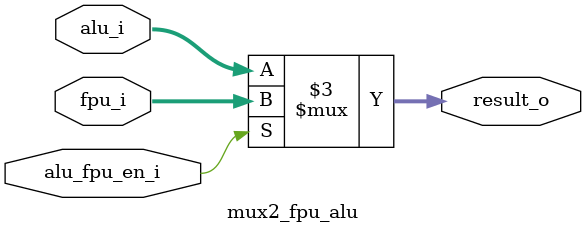
<source format=sv>
module mux2_fpu_alu (
    input  logic [31:0] alu_i,
    input  logic [31:0] fpu_i,
    input  logic        alu_fpu_en_i,
    output logic [31:0] result_o
);

  always_comb begin
    if (alu_fpu_en_i) result_o = fpu_i;
    else result_o = alu_i;
  end
endmodule



</source>
